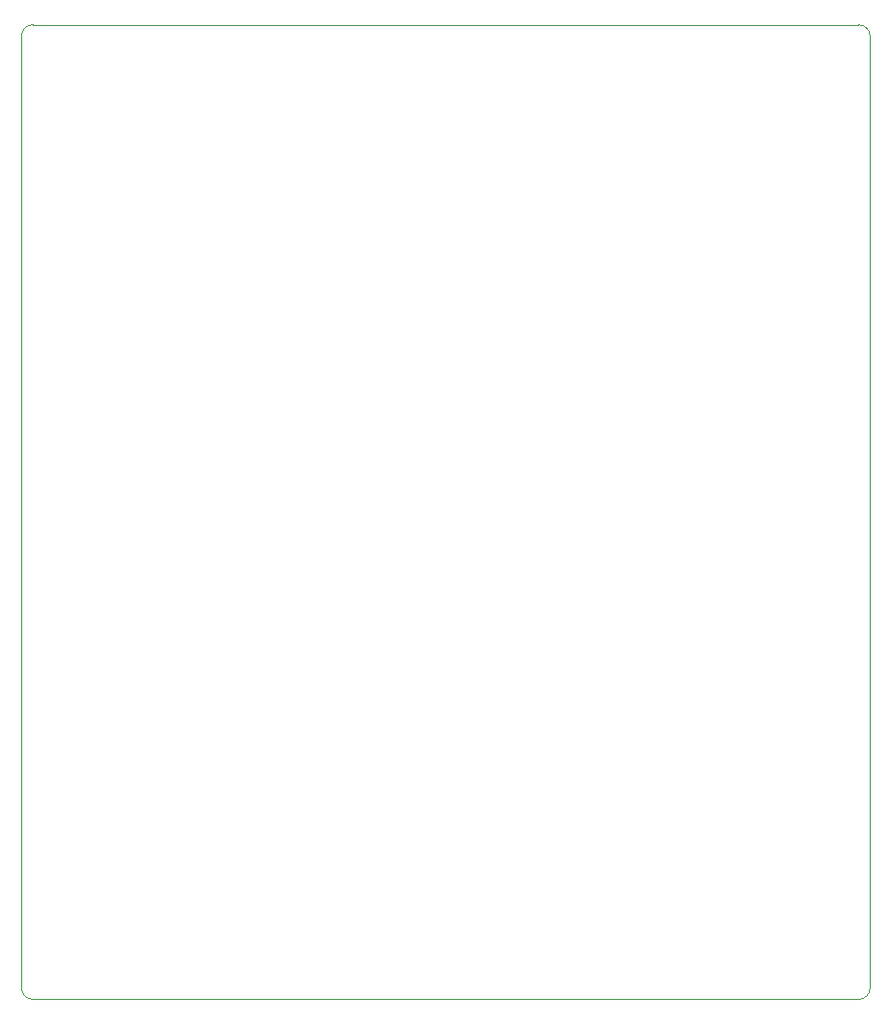
<source format=gbr>
%TF.GenerationSoftware,KiCad,Pcbnew,9.0.0-unknown-202503072020~4df101b94e~ubuntu22.04.1*%
%TF.CreationDate,2025-03-08T19:03:23+01:00*%
%TF.ProjectId,PowkiBoard,506f776b-6942-46f6-9172-642e6b696361,rev?*%
%TF.SameCoordinates,Original*%
%TF.FileFunction,Profile,NP*%
%FSLAX46Y46*%
G04 Gerber Fmt 4.6, Leading zero omitted, Abs format (unit mm)*
G04 Created by KiCad (PCBNEW 9.0.0-unknown-202503072020~4df101b94e~ubuntu22.04.1) date 2025-03-08 19:03:23*
%MOMM*%
%LPD*%
G01*
G04 APERTURE LIST*
%TA.AperFunction,Profile*%
%ADD10C,0.050000*%
%TD*%
G04 APERTURE END LIST*
D10*
X235000000Y-47500000D02*
X235000000Y-131000000D01*
X160500000Y-131000000D02*
X160500000Y-47500000D01*
X234000000Y-132000000D02*
X161500000Y-132000000D01*
X160500000Y-47500000D02*
G75*
G02*
X161500000Y-46500000I1000000J0D01*
G01*
X234000000Y-46500000D02*
G75*
G02*
X235000000Y-47500000I0J-1000000D01*
G01*
X161500000Y-132000000D02*
G75*
G02*
X160500000Y-131000000I0J1000000D01*
G01*
X235000000Y-131000000D02*
G75*
G02*
X234000000Y-132000000I-1000000J0D01*
G01*
X161500000Y-46500000D02*
X234000000Y-46500000D01*
M02*

</source>
